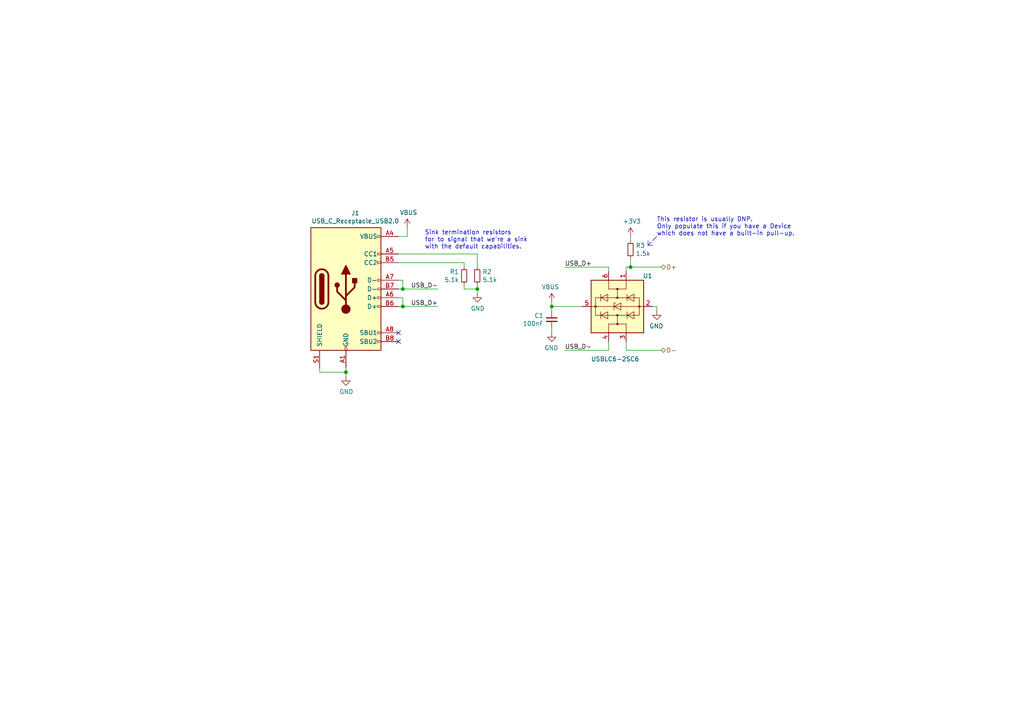
<source format=kicad_sch>
(kicad_sch (version 20211123) (generator eeschema)
  (paper "A4")
  (lib_symbols
    (symbol "Connector:USB_C_Receptacle_USB2.0" (pin_names (offset 1.016))
      (property "Reference" "J" (at -10.16 19.05 0))
      (property "Value" "USB_C_Receptacle_USB2.0" (at 19.05 19.05 0))
      (symbol "USB_C_Receptacle_USB2.0_0_0"
        (rectangle (start -0.254 -17.78) (end 0.254 -16.764))
        (rectangle (start 10.16 -14.986) (end 9.144 -15.494))
        (rectangle (start 10.16 -12.446) (end 9.144 -12.954))
        (rectangle (start 10.16 -4.826) (end 9.144 -5.334))
        (rectangle (start 10.16 -2.286) (end 9.144 -2.794))
        (rectangle (start 10.16 0.254) (end 9.144 -0.254))
        (rectangle (start 10.16 2.794) (end 9.144 2.286))
        (rectangle (start 10.16 7.874) (end 9.144 7.366))
        (rectangle (start 10.16 10.414) (end 9.144 9.906))
        (rectangle (start 10.16 15.494) (end 9.144 14.986))
      )
      (symbol "USB_C_Receptacle_USB2.0_0_1"
        (rectangle (start -10.16 17.78) (end 10.16 -17.78) (stroke (width 0.254)) (fill (type background)))
        (arc (start -8.89 -3.81) (mid -6.985 -5.715) (end -5.08 -3.81) (stroke (width 0.508)))
        (arc (start -7.62 -3.81) (mid -6.985 -4.445) (end -6.35 -3.81) (stroke (width 0.254)))
        (arc (start -7.62 -3.81) (mid -6.985 -4.445) (end -6.35 -3.81) (stroke (width 0.254)) (fill (type outline)))
        (rectangle (start -7.62 -3.81) (end -6.35 3.81) (stroke (width 0.254)) (fill (type outline)))
        (arc (start -6.35 3.81) (mid -6.985 4.445) (end -7.62 3.81) (stroke (width 0.254)))
        (arc (start -6.35 3.81) (mid -6.985 4.445) (end -7.62 3.81) (stroke (width 0.254)) (fill (type outline)))
        (arc (start -5.08 3.81) (mid -6.985 5.715) (end -8.89 3.81) (stroke (width 0.508)))
        (circle (center -2.54 1.143) (radius 0.635) (stroke (width 0.254)) (fill (type outline)))
        (circle (center 0 -5.842) (radius 1.27) (fill (type outline)))
        (polyline (pts (xy -8.89 -3.81) (xy -8.89 3.81)) (stroke (width 0.508)))
        (polyline (pts (xy -5.08 3.81) (xy -5.08 -3.81)) (stroke (width 0.508)))
        (polyline (pts (xy 0 -5.842) (xy 0 4.318)) (stroke (width 0.508)))
        (polyline (pts (xy 0 -3.302) (xy -2.54 -0.762) (xy -2.54 0.508)) (stroke (width 0.508)))
        (polyline (pts (xy 0 -2.032) (xy 2.54 0.508) (xy 2.54 1.778)) (stroke (width 0.508)))
        (polyline (pts (xy -1.27 4.318) (xy 0 6.858) (xy 1.27 4.318) (xy -1.27 4.318)) (stroke (width 0.254)) (fill (type outline)))
        (rectangle (start 1.905 1.778) (end 3.175 3.048) (stroke (width 0.254)) (fill (type outline)))
      )
      (symbol "USB_C_Receptacle_USB2.0_1_1"
        (pin passive line (at 0 -22.86 90) (length 5.08) (name "GND") (number "A1"))
        (pin passive line (at 0 -22.86 90) (length 5.08) hide (name "GND") (number "A12"))
        (pin passive line (at 15.24 15.24 180) (length 5.08) (name "VBUS") (number "A4"))
        (pin bidirectional line (at 15.24 10.16 180) (length 5.08) (name "CC1") (number "A5"))
        (pin bidirectional line (at 15.24 -2.54 180) (length 5.08) (name "D+") (number "A6"))
        (pin bidirectional line (at 15.24 2.54 180) (length 5.08) (name "D-") (number "A7"))
        (pin bidirectional line (at 15.24 -12.7 180) (length 5.08) (name "SBU1") (number "A8"))
        (pin passive line (at 15.24 15.24 180) (length 5.08) hide (name "VBUS") (number "A9"))
        (pin passive line (at 0 -22.86 90) (length 5.08) hide (name "GND") (number "B1"))
        (pin passive line (at 0 -22.86 90) (length 5.08) hide (name "GND") (number "B12"))
        (pin passive line (at 15.24 15.24 180) (length 5.08) hide (name "VBUS") (number "B4"))
        (pin bidirectional line (at 15.24 7.62 180) (length 5.08) (name "CC2") (number "B5"))
        (pin bidirectional line (at 15.24 -5.08 180) (length 5.08) (name "D+") (number "B6"))
        (pin bidirectional line (at 15.24 0 180) (length 5.08) (name "D-") (number "B7"))
        (pin bidirectional line (at 15.24 -15.24 180) (length 5.08) (name "SBU2") (number "B8"))
        (pin passive line (at 15.24 15.24 180) (length 5.08) hide (name "VBUS") (number "B9"))
        (pin passive line (at -7.62 -22.86 90) (length 5.08) (name "SHIELD") (number "S1"))
      )
    )
    (symbol "Device:C_Small" (pin_numbers hide) (pin_names (offset 0.254) hide)
      (property "Reference" "C" (at 0.254 1.778 0))
      (property "Value" "C_Small" (at 0.254 -2.032 0))
      (symbol "C_Small_0_1"
        (polyline (pts (xy -1.524 -0.508) (xy 1.524 -0.508)) (stroke (width 0.3302)))
        (polyline (pts (xy -1.524 0.508) (xy 1.524 0.508)) (stroke (width 0.3048)))
      )
      (symbol "C_Small_1_1"
        (pin passive line (at 0 2.54 270) (length 2.032) (name "~") (number "1"))
        (pin passive line (at 0 -2.54 90) (length 2.032) (name "~") (number "2"))
      )
    )
    (symbol "Device:R_Small" (pin_numbers hide) (pin_names (offset 0.254) hide)
      (property "Reference" "R" (at 0.762 0.508 0))
      (property "Value" "R_Small" (at 0.762 -1.016 0))
      (symbol "R_Small_0_1"
        (rectangle (start -0.762 1.778) (end 0.762 -1.778) (stroke (width 0.2032)))
      )
      (symbol "R_Small_1_1"
        (pin passive line (at 0 2.54 270) (length 0.762) (name "~") (number "1"))
        (pin passive line (at 0 -2.54 90) (length 0.762) (name "~") (number "2"))
      )
    )
    (symbol "Power_Protection:USBLC6-2SC6" (pin_names hide)
      (property "Reference" "U" (at 2.54 8.89 0))
      (property "Value" "USBLC6-2SC6" (at 2.54 -8.89 0))
      (symbol "USBLC6-2SC6_0_1"
        (rectangle (start -7.62 -7.62) (end 7.62 7.62) (stroke (width 0.254)) (fill (type background)))
        (circle (center -5.08 0) (radius 0.254) (fill (type outline)))
        (circle (center -2.54 0) (radius 0.254) (fill (type outline)))
        (rectangle (start -2.54 6.35) (end 2.54 -6.35))
        (circle (center 0 -6.35) (radius 0.254) (fill (type outline)))
        (polyline (pts (xy -5.08 -2.54) (xy -7.62 -2.54)))
        (polyline (pts (xy -5.08 0) (xy -5.08 -2.54)))
        (polyline (pts (xy -5.08 2.54) (xy -7.62 2.54)))
        (polyline (pts (xy -1.524 -2.794) (xy -3.556 -2.794)))
        (polyline (pts (xy -1.524 4.826) (xy -3.556 4.826)))
        (polyline (pts (xy 0 -7.62) (xy 0 -6.35)))
        (polyline (pts (xy 0 -6.35) (xy 0 1.27)))
        (polyline (pts (xy 0 1.27) (xy 0 6.35)))
        (polyline (pts (xy 0 6.35) (xy 0 7.62)))
        (polyline (pts (xy 1.524 -2.794) (xy 3.556 -2.794)))
        (polyline (pts (xy 1.524 4.826) (xy 3.556 4.826)))
        (polyline (pts (xy 5.08 -2.54) (xy 7.62 -2.54)))
        (polyline (pts (xy 5.08 0) (xy 5.08 -2.54)))
        (polyline (pts (xy 5.08 2.54) (xy 7.62 2.54)))
        (polyline (pts (xy -2.54 0) (xy -5.08 0) (xy -5.08 2.54)))
        (polyline (pts (xy 2.54 0) (xy 5.08 0) (xy 5.08 2.54)))
        (polyline (pts (xy -3.556 -4.826) (xy -1.524 -4.826) (xy -2.54 -2.794) (xy -3.556 -4.826)))
        (polyline (pts (xy -3.556 2.794) (xy -1.524 2.794) (xy -2.54 4.826) (xy -3.556 2.794)))
        (polyline (pts (xy -1.016 -1.016) (xy 1.016 -1.016) (xy 0 1.016) (xy -1.016 -1.016)))
        (polyline (pts (xy 1.016 1.016) (xy 0.762 1.016) (xy -1.016 1.016) (xy -1.016 0.508)))
        (polyline (pts (xy 3.556 -4.826) (xy 1.524 -4.826) (xy 2.54 -2.794) (xy 3.556 -4.826)))
        (polyline (pts (xy 3.556 2.794) (xy 1.524 2.794) (xy 2.54 4.826) (xy 3.556 2.794)))
        (circle (center 0 6.35) (radius 0.254) (fill (type outline)))
        (circle (center 2.54 0) (radius 0.254) (fill (type outline)))
        (circle (center 5.08 0) (radius 0.254) (fill (type outline)))
      )
      (symbol "USBLC6-2SC6_1_1"
        (pin passive line (at -10.16 -2.54 0) (length 2.54) (name "I/O1") (number "1"))
        (pin passive line (at 0 -10.16 90) (length 2.54) (name "GND") (number "2"))
        (pin passive line (at 10.16 -2.54 180) (length 2.54) (name "I/O2") (number "3"))
        (pin passive line (at 10.16 2.54 180) (length 2.54) (name "I/O2") (number "4"))
        (pin passive line (at 0 10.16 270) (length 2.54) (name "VBUS") (number "5"))
        (pin passive line (at -10.16 2.54 0) (length 2.54) (name "I/O1") (number "6"))
      )
    )
    (symbol "power:+3V3" (power) (pin_names (offset 0))
      (property "Value" "+3V3" (at 0 3.556 0))
      (symbol "+3V3_0_1"
        (polyline (pts (xy -0.762 1.27) (xy 0 2.54)))
        (polyline (pts (xy 0 0) (xy 0 2.54)))
        (polyline (pts (xy 0 2.54) (xy 0.762 1.27)))
      )
      (symbol "+3V3_1_1"
        (pin power_in line (at 0 0 90) (length 0) hide (name "+3V3") (number "1"))
      )
    )
    (symbol "power:GND" (power) (pin_names (offset 0))
      (property "Value" "GND" (at 0 -3.81 0))
      (symbol "GND_0_1"
        (polyline (pts (xy 0 0) (xy 0 -1.27) (xy 1.27 -1.27) (xy 0 -2.54) (xy -1.27 -1.27) (xy 0 -1.27)))
      )
      (symbol "GND_1_1"
        (pin power_in line (at 0 0 270) (length 0) hide (name "GND") (number "1"))
      )
    )
    (symbol "power:VBUS" (power) (pin_names (offset 0))
      (property "Value" "VBUS" (at 0 3.81 0))
      (symbol "VBUS_0_1"
        (polyline (pts (xy -0.762 1.27) (xy 0 2.54)))
        (polyline (pts (xy 0 0) (xy 0 2.54)))
        (polyline (pts (xy 0 2.54) (xy 0.762 1.27)))
      )
      (symbol "VBUS_1_1"
        (pin power_in line (at 0 0 90) (length 0) hide (name "VBUS") (number "1"))
      )
    )
  )
  (junction (at 116.84 83.82))
  (junction (at 116.84 88.9))
  (junction (at 100.33 107.95))
  (junction (at 138.43 83.82))
  (junction (at 182.88 77.47))
  (junction (at 160.02 88.9))
  (no_connect (at 115.57 99.06))
  (no_connect (at 115.57 96.52))
  (wire (pts (xy 138.43 73.66) (xy 115.57 73.66)))
  (wire (pts (xy 160.02 96.52) (xy 160.02 95.25)))
  (wire (pts (xy 118.11 68.58) (xy 115.57 68.58)))
  (wire (pts (xy 176.53 101.6) (xy 163.83 101.6)))
  (wire (pts (xy 138.43 83.82) (xy 134.62 83.82)))
  (wire (pts (xy 92.71 107.95) (xy 92.71 106.68)))
  (polyline (pts (xy 187.96 71.12) (xy 189.23 71.12)))
  (wire (pts (xy 100.33 107.95) (xy 100.33 109.22)))
  (wire (pts (xy 138.43 83.82) (xy 138.43 82.55)))
  (wire (pts (xy 189.23 88.9) (xy 190.5 88.9)))
  (wire (pts (xy 181.61 99.06) (xy 181.61 101.6)))
  (polyline (pts (xy 187.96 71.12) (xy 187.96 69.85)))
  (wire (pts (xy 118.11 66.04) (xy 118.11 68.58)))
  (wire (pts (xy 182.88 77.47) (xy 191.77 77.47)))
  (wire (pts (xy 190.5 88.9) (xy 190.5 90.17)))
  (wire (pts (xy 116.84 83.82) (xy 115.57 83.82)))
  (wire (pts (xy 100.33 107.95) (xy 92.71 107.95)))
  (wire (pts (xy 163.83 77.47) (xy 176.53 77.47)))
  (wire (pts (xy 134.62 77.47) (xy 134.62 76.2)))
  (wire (pts (xy 134.62 83.82) (xy 134.62 82.55)))
  (polyline (pts (xy 190.5 68.58) (xy 187.96 71.12)))
  (wire (pts (xy 134.62 76.2) (xy 115.57 76.2)))
  (wire (pts (xy 181.61 77.47) (xy 182.88 77.47)))
  (wire (pts (xy 160.02 88.9) (xy 160.02 87.63)))
  (wire (pts (xy 116.84 86.36) (xy 116.84 88.9)))
  (wire (pts (xy 182.88 68.58) (xy 182.88 69.85)))
  (wire (pts (xy 116.84 88.9) (xy 127 88.9)))
  (wire (pts (xy 116.84 83.82) (xy 127 83.82)))
  (wire (pts (xy 160.02 88.9) (xy 168.91 88.9)))
  (wire (pts (xy 138.43 77.47) (xy 138.43 73.66)))
  (wire (pts (xy 160.02 88.9) (xy 160.02 90.17)))
  (wire (pts (xy 182.88 74.93) (xy 182.88 77.47)))
  (wire (pts (xy 100.33 106.68) (xy 100.33 107.95)))
  (wire (pts (xy 116.84 88.9) (xy 115.57 88.9)))
  (wire (pts (xy 176.53 78.74) (xy 176.53 77.47)))
  (wire (pts (xy 138.43 85.09) (xy 138.43 83.82)))
  (wire (pts (xy 116.84 81.28) (xy 116.84 83.82)))
  (wire (pts (xy 181.61 78.74) (xy 181.61 77.47)))
  (wire (pts (xy 181.61 101.6) (xy 191.77 101.6)))
  (wire (pts (xy 115.57 86.36) (xy 116.84 86.36)))
  (wire (pts (xy 115.57 81.28) (xy 116.84 81.28)))
  (wire (pts (xy 176.53 99.06) (xy 176.53 101.6)))
  (text "Sink termination resistors\nfor to signal that we're a sink\nwith the default capabilities." (at 123.19 72.39 0) (effects (font (size 1.27 1.27)) (justify left bottom)))
  (text "This resistor is usually DNP.\nOnly populate this if you have a Device\nwhich does not have a built-in pull-up." (at 190.5 68.58 0) (effects (font (size 1.27 1.27)) (justify left bottom)))
  (label "USB_D+" (at 127 88.9 180))
  (label "USB_D-" (at 127 83.82 180))
  (label "USB_D+" (at 163.83 77.47 0))
  (label "USB_D-" (at 163.83 101.6 0))
  (hierarchical_label "D+" (shape bidirectional) (at 191.77 77.47 0))
  (hierarchical_label "D-" (shape bidirectional) (at 191.77 101.6 0))
  (symbol (lib_id "Connector:USB_C_Receptacle_USB2.0") (at 100.33 83.82 0) (unit 1)
    (property "Reference" "J1" (at 103.0478 61.7982 0))
    (property "Value" "USB_C_Receptacle_USB2.0" (at 103.0478 64.1096 0))
    (property "Footprint" "Connector_USB:USB_C_Receptacle_HRO_TYPE-C-31-M-12" (effects hide))
    (property "Datasheet" "https://www.usb.org/sites/default/files/documents/usb_type-c.zip" (effects hide))
    (property "JLC" "TYPE-C-31_L8.94_W7.3" (effects hide))
    (property "LCSC" "C165948" (effects hide))
  )
  (symbol (lib_id "power:VBUS") (at 118.11 66.04 0) (unit 1)
    (property "Reference" "#PWR02" (effects hide))
    (property "Value" "VBUS" (at 118.491 61.6458 0))
  )
  (symbol (lib_id "Device:R_Small") (at 134.62 80.01 0) (unit 1)
    (property "Reference" "R1" (at 133.1214 78.8416 0) (effects (justify right)))
    (property "Value" "5.1k" (at 133.1214 81.153 0) (effects (justify right)))
    (property "Footprint" "Resistor_SMD:R_0402_1005Metric" (effects hide))
    (property "JLC" "0402" (effects hide))
    (property "LCSC" "C25905" (effects hide))
  )
  (symbol (lib_id "Device:R_Small") (at 138.43 80.01 0) (unit 1)
    (property "Reference" "R2" (at 139.9286 78.8416 0) (effects (justify left)))
    (property "Value" "5.1k" (at 139.9286 81.153 0) (effects (justify left)))
    (property "Footprint" "Resistor_SMD:R_0402_1005Metric" (effects hide))
    (property "JLC" "0402" (effects hide))
    (property "LCSC" "C25905" (effects hide))
  )
  (symbol (lib_id "power:GND") (at 100.33 109.22 0) (unit 1)
    (property "Reference" "#PWR01" (effects hide))
    (property "Value" "GND" (at 100.457 113.6142 0))
  )
  (symbol (lib_id "power:GND") (at 138.43 85.09 0) (unit 1)
    (property "Reference" "#PWR03" (effects hide))
    (property "Value" "GND" (at 138.557 89.4842 0))
  )
  (symbol (lib_id "Power_Protection:USBLC6-2SC6") (at 179.07 88.9 90) (mirror x) (unit 1)
    (property "Reference" "U1" (at 189.23 80.01 90) (effects (justify left)))
    (property "Value" "USBLC6-2SC6" (at 185.42 104.14 90) (effects (justify left)))
    (property "Footprint" "Package_TO_SOT_SMD:SOT-23-6" (effects hide))
    (property "Datasheet" "https://www.st.com/resource/en/datasheet/usblc6-2.pdf" (effects hide))
    (property "JLC" "SOT-23-6L" (effects hide))
    (property "LCSC" "C7519" (effects hide))
  )
  (symbol (lib_id "power:GND") (at 190.5 90.17 0) (mirror y) (unit 1)
    (property "Reference" "#PWR04" (effects hide))
    (property "Value" "GND" (at 190.373 94.5642 0))
  )
  (symbol (lib_id "Device:C_Small") (at 160.02 92.71 0) (mirror y) (unit 1)
    (property "Reference" "C1" (at 157.6832 91.5416 0) (effects (justify left)))
    (property "Value" "100nF" (at 157.6832 93.853 0) (effects (justify left)))
    (property "Footprint" "Capacitor_SMD:C_0402_1005Metric" (effects hide))
    (property "JLC" "0402" (effects hide))
    (property "LCSC" "C1525" (effects hide))
  )
  (symbol (lib_id "power:VBUS") (at 160.02 87.63 0) (mirror y) (unit 1)
    (property "Reference" "#PWR06" (effects hide))
    (property "Value" "VBUS" (at 159.639 83.2358 0))
  )
  (symbol (lib_id "power:GND") (at 160.02 96.52 0) (mirror y) (unit 1)
    (property "Reference" "#PWR07" (effects hide))
    (property "Value" "GND" (at 159.893 100.9142 0))
  )
  (symbol (lib_id "Device:R_Small") (at 182.88 72.39 0) (unit 1)
    (property "Reference" "R3" (at 184.3786 71.2216 0) (effects (justify left)))
    (property "Value" "1.5k" (at 184.3786 73.533 0) (effects (justify left)))
    (property "Footprint" "Resistor_SMD:R_0603_1608Metric" (effects hide))
    (property "JLC" "0603" (effects hide))
    (property "LCSC" "C22843" (effects hide))
    (property "MPN" "DNP" (effects hide))
  )
  (symbol (lib_id "power:+3V3") (at 182.88 68.58 0) (unit 1)
    (property "Reference" "#PWR05" (effects hide))
    (property "Value" "+3V3" (at 183.261 64.1858 0))
  )
)
</source>
